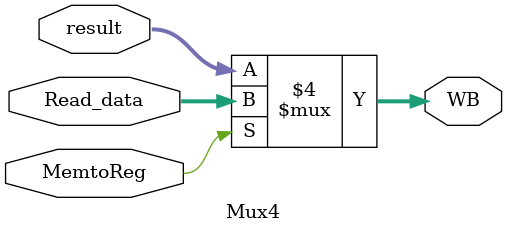
<source format=v>
`timescale 1ns / 1ps


module Mux4(input MemtoReg,input [31:0] Read_data,input [31:0] result,output reg [31:0] WB);
always@(Read_data or result)begin
if(MemtoReg == 1'b1) WB <= Read_data;
else WB <= result;
end
endmodule

</source>
